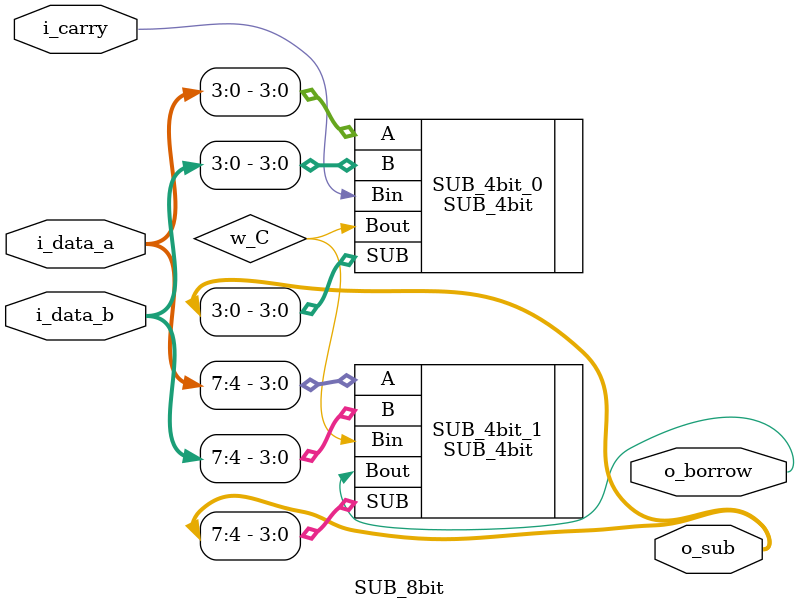
<source format=sv>
module SUB_8bit (
    input logic         i_carry,
    input  logic [7:0]  i_data_a,
    input  logic [7:0]  i_data_b,
    output logic [7:0]  o_sub,
    output logic        o_borrow
);

    logic [1:0] w_P, w_G;
    logic w_C;

    SUB_4bit SUB_4bit_0(
        .A        (i_data_a[3:0]),
        .B        (i_data_b[3:0]),
        .Bin      (i_carry),
        .SUB      (o_sub[3:0]),
        .Bout     (w_C) 
    );
    SUB_4bit SUB_4bit_1(
        .A        (i_data_a[7:4]),
        .B        (i_data_b[7:4]),
        .Bin      (w_C),
        .SUB      (o_sub[7:4]),
        .Bout     (o_borrow) 
    );

endmodule

</source>
